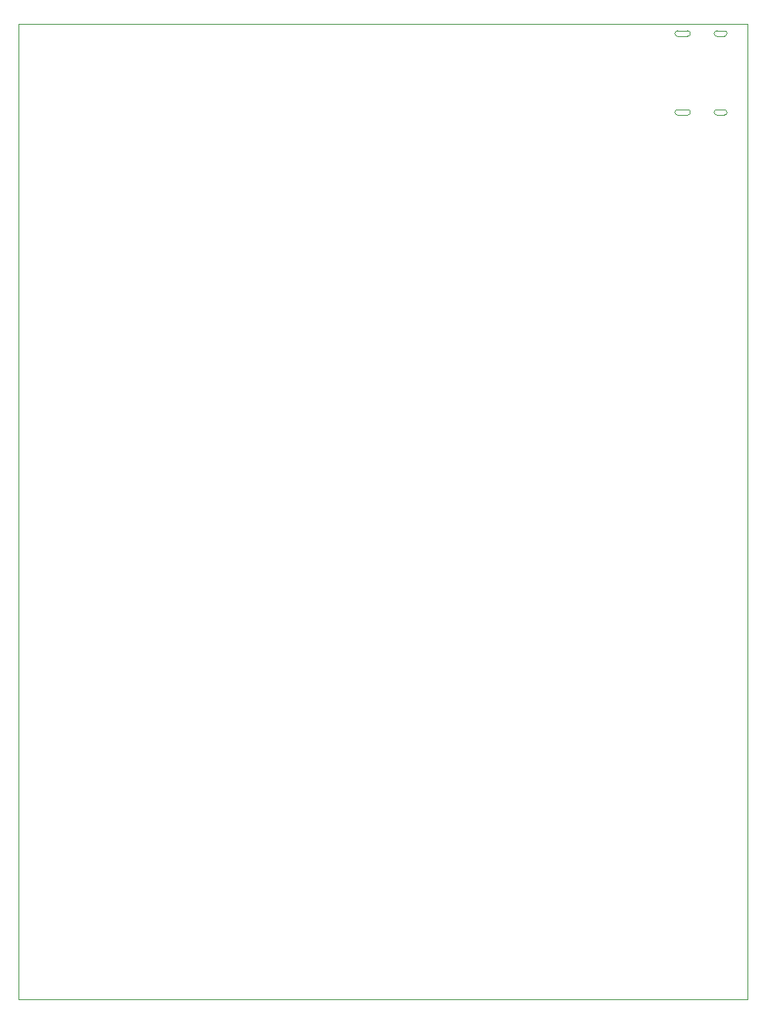
<source format=gbr>
%TF.GenerationSoftware,KiCad,Pcbnew,(6.0.7)*%
%TF.CreationDate,2022-10-27T00:54:25+02:00*%
%TF.ProjectId,flipdot-brose-esp32,666c6970-646f-4742-9d62-726f73652d65,rev?*%
%TF.SameCoordinates,Original*%
%TF.FileFunction,Profile,NP*%
%FSLAX46Y46*%
G04 Gerber Fmt 4.6, Leading zero omitted, Abs format (unit mm)*
G04 Created by KiCad (PCBNEW (6.0.7)) date 2022-10-27 00:54:25*
%MOMM*%
%LPD*%
G01*
G04 APERTURE LIST*
%TA.AperFunction,Profile*%
%ADD10C,0.050000*%
%TD*%
%TA.AperFunction,Profile*%
%ADD11C,0.010000*%
%TD*%
G04 APERTURE END LIST*
D10*
X116000000Y-141000000D02*
X36000000Y-141000000D01*
X116000000Y-34000000D02*
X116000000Y-141000000D01*
X36000000Y-34000000D02*
X116000000Y-34000000D01*
X36000000Y-141000000D02*
X36000000Y-34000000D01*
D11*
%TO.C,J6*%
X108042500Y-43675000D02*
G75*
G03*
X108342500Y-43975000I300000J0D01*
G01*
X108342500Y-43375000D02*
G75*
G03*
X108042500Y-43675000I0J-300000D01*
G01*
X108342500Y-43375000D02*
X109442500Y-43375000D01*
X109742500Y-43675000D02*
G75*
G03*
X109442500Y-43375000I-300000J0D01*
G01*
X109442500Y-43975000D02*
G75*
G03*
X109742500Y-43675000I0J300000D01*
G01*
X109442500Y-43975000D02*
X108342500Y-43975000D01*
X108042500Y-35025000D02*
G75*
G03*
X108342500Y-35325000I300000J0D01*
G01*
X108342500Y-34725000D02*
G75*
G03*
X108042500Y-35025000I0J-300000D01*
G01*
X108342500Y-34725000D02*
X109442500Y-34725000D01*
X109742500Y-35025000D02*
G75*
G03*
X109442500Y-34725000I-300000J0D01*
G01*
X109442500Y-35325000D02*
G75*
G03*
X109742500Y-35025000I0J300000D01*
G01*
X109442500Y-35325000D02*
X108342500Y-35325000D01*
X112362500Y-43675000D02*
G75*
G03*
X112662500Y-43975000I300000J0D01*
G01*
X112662500Y-43375000D02*
G75*
G03*
X112362500Y-43675000I0J-300000D01*
G01*
X112662500Y-43375000D02*
X113462500Y-43375000D01*
X113762500Y-43675000D02*
G75*
G03*
X113462500Y-43375000I-300000J0D01*
G01*
X113462500Y-43975000D02*
G75*
G03*
X113762500Y-43675000I0J300000D01*
G01*
X113462500Y-43975000D02*
X112662500Y-43975000D01*
X112362500Y-35025000D02*
G75*
G03*
X112662500Y-35325000I300000J0D01*
G01*
X112662500Y-34725000D02*
G75*
G03*
X112362500Y-35025000I0J-300000D01*
G01*
X112662500Y-34725000D02*
X113462500Y-34725000D01*
X113762500Y-35025000D02*
G75*
G03*
X113462500Y-34725000I-300000J0D01*
G01*
X113462500Y-35325000D02*
G75*
G03*
X113762500Y-35025000I0J300000D01*
G01*
X113462500Y-35325000D02*
X112662500Y-35325000D01*
%TD*%
M02*

</source>
